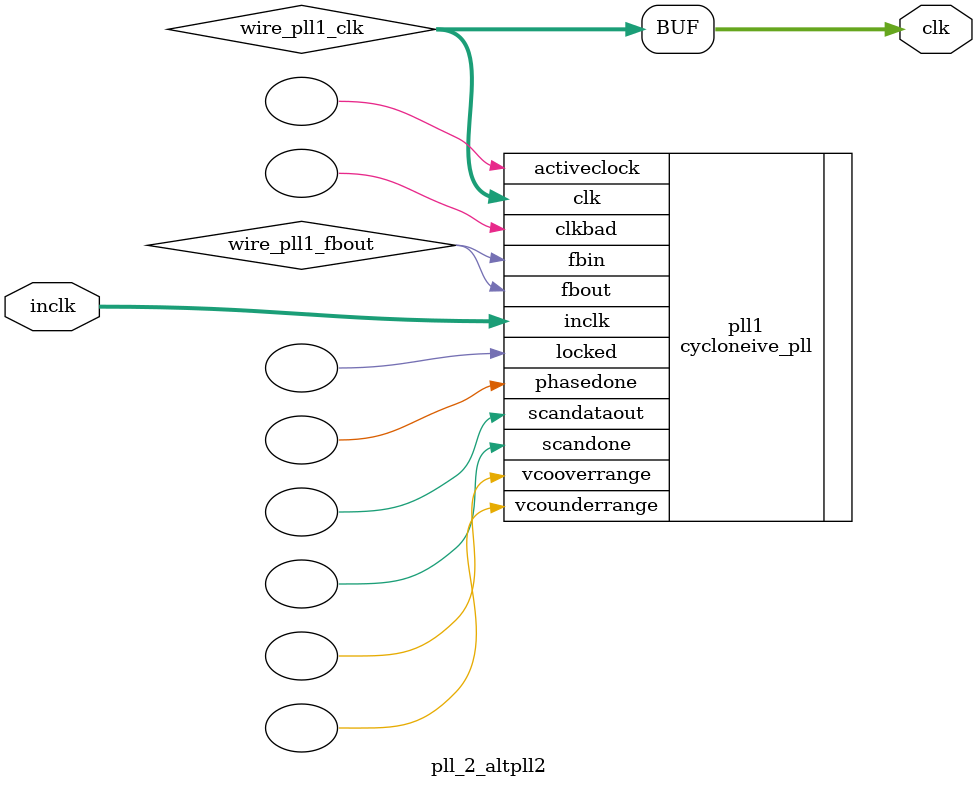
<source format=v>






//synthesis_resources = cycloneive_pll 1 
//synopsys translate_off
`timescale 1 ps / 1 ps
//synopsys translate_on
module  pll_2_altpll2
	( 
	clk,
	inclk) /* synthesis synthesis_clearbox=1 */;
	output   [4:0]  clk;
	input   [1:0]  inclk;
`ifndef ALTERA_RESERVED_QIS
// synopsys translate_off
`endif
	tri0   [1:0]  inclk;
`ifndef ALTERA_RESERVED_QIS
// synopsys translate_on
`endif

	wire  [4:0]   wire_pll1_clk;
	wire  wire_pll1_fbout;

	cycloneive_pll   pll1
	( 
	.activeclock(),
	.clk(wire_pll1_clk),
	.clkbad(),
	.fbin(wire_pll1_fbout),
	.fbout(wire_pll1_fbout),
	.inclk(inclk),
	.locked(),
	.phasedone(),
	.scandataout(),
	.scandone(),
	.vcooverrange(),
	.vcounderrange()
	`ifndef FORMAL_VERIFICATION
	// synopsys translate_off
	`endif
	,
	.areset(1'b0),
	.clkswitch(1'b0),
	.configupdate(1'b0),
	.pfdena(1'b1),
	.phasecounterselect({3{1'b0}}),
	.phasestep(1'b0),
	.phaseupdown(1'b0),
	.scanclk(1'b0),
	.scanclkena(1'b1),
	.scandata(1'b0)
	`ifndef FORMAL_VERIFICATION
	// synopsys translate_on
	`endif
	);
	defparam
		pll1.bandwidth_type = "auto",
		pll1.clk0_divide_by = 10,
		pll1.clk0_duty_cycle = 50,
		pll1.clk0_multiply_by = 1,
		pll1.clk0_phase_shift = "0",
		pll1.clk1_divide_by = 10,
		pll1.clk1_duty_cycle = 50,
		pll1.clk1_multiply_by = 1,
		pll1.clk1_phase_shift = "12500",
		pll1.clk2_divide_by = 10,
		pll1.clk2_duty_cycle = 50,
		pll1.clk2_multiply_by = 1,
		pll1.clk2_phase_shift = "25000",
		pll1.clk3_divide_by = 10,
		pll1.clk3_duty_cycle = 50,
		pll1.clk3_multiply_by = 1,
		pll1.clk3_phase_shift = "37500",
		pll1.clk4_divide_by = 10,
		pll1.clk4_duty_cycle = 50,
		pll1.clk4_multiply_by = 1,
		pll1.clk4_phase_shift = "50000",
		pll1.compensate_clock = "clk0",
		pll1.inclk0_input_frequency = 10000,
		pll1.operation_mode = "normal",
		pll1.pll_type = "auto",
		pll1.lpm_type = "cycloneive_pll";
	assign
		clk = {wire_pll1_clk[4:0]};
endmodule //pll_2_altpll2
//VALID FILE

</source>
